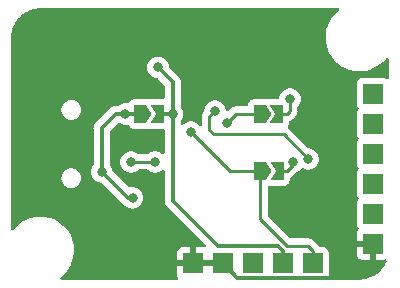
<source format=gbr>
%TF.GenerationSoftware,KiCad,Pcbnew,(5.99.0-8805-ge26c912b86)*%
%TF.CreationDate,2021-02-03T20:46:21+01:00*%
%TF.ProjectId,USB-CP2102-only,5553422d-4350-4323-9130-322d6f6e6c79,rev?*%
%TF.SameCoordinates,Original*%
%TF.FileFunction,Copper,L2,Bot*%
%TF.FilePolarity,Positive*%
%FSLAX46Y46*%
G04 Gerber Fmt 4.6, Leading zero omitted, Abs format (unit mm)*
G04 Created by KiCad (PCBNEW (5.99.0-8805-ge26c912b86)) date 2021-02-03 20:46:21*
%MOMM*%
%LPD*%
G01*
G04 APERTURE LIST*
G04 Aperture macros list*
%AMFreePoly0*
4,1,6,1.000000,0.000000,0.500000,-0.750000,-0.500000,-0.750000,-0.500000,0.750000,0.500000,0.750000,1.000000,0.000000,1.000000,0.000000,$1*%
%AMFreePoly1*
4,1,6,0.500000,-0.750000,-0.650000,-0.750000,-0.150000,0.000000,-0.650000,0.750000,0.500000,0.750000,0.500000,-0.750000,0.500000,-0.750000,$1*%
G04 Aperture macros list end*
%TA.AperFunction,ComponentPad*%
%ADD10R,1.700000X1.700000*%
%TD*%
%TA.AperFunction,SMDPad,CuDef*%
%ADD11FreePoly0,0.000000*%
%TD*%
%TA.AperFunction,SMDPad,CuDef*%
%ADD12FreePoly1,0.000000*%
%TD*%
%TA.AperFunction,ViaPad*%
%ADD13C,0.800000*%
%TD*%
%TA.AperFunction,Conductor*%
%ADD14C,0.350000*%
%TD*%
%TA.AperFunction,Conductor*%
%ADD15C,0.250000*%
%TD*%
G04 APERTURE END LIST*
D10*
%TO.P,J1,1,Pin_1*%
%TO.N,+5V*%
X173520400Y-130109200D03*
%TD*%
%TO.P,J2,1,Pin_1*%
%TO.N,VBUS*%
X170980400Y-130109200D03*
%TD*%
%TO.P,J4,1,Pin_1*%
%TO.N,GND*%
X165900400Y-130109200D03*
%TD*%
%TO.P,J5,1,Pin_1*%
%TO.N,GND*%
X168440400Y-130109200D03*
%TD*%
%TO.P,J8,1,Pin_1*%
%TO.N,DTR*%
X176060400Y-130109200D03*
%TD*%
%TO.P,J3,1,Pin_1*%
%TO.N,+3V3*%
X181140400Y-115744000D03*
%TD*%
%TO.P,J11,1,Pin_1*%
%TO.N,RST*%
X181140400Y-125904000D03*
%TD*%
%TO.P,J9,1,Pin_1*%
%TO.N,GPIO1*%
X181140400Y-123364000D03*
%TD*%
%TO.P,J6,1,Pin_1*%
%TO.N,GND*%
X181140400Y-128444000D03*
%TD*%
%TO.P,J10,1,Pin_1*%
%TO.N,GPIO3*%
X181140400Y-118284000D03*
%TD*%
%TO.P,J12,1,Pin_1*%
%TO.N,GPIO0*%
X181140400Y-120824000D03*
%TD*%
D11*
%TO.P,JP3,1,A*%
%TO.N,DTR*%
X171627000Y-122286000D03*
D12*
%TO.P,JP3,2,B*%
%TO.N,Net-(JP3-Pad2)*%
X173077000Y-122286000D03*
%TD*%
D11*
%TO.P,JP1,1,A*%
%TO.N,Net-(JP1-Pad1)*%
X171590000Y-117460000D03*
D12*
%TO.P,JP1,2,B*%
%TO.N,Net-(JP1-Pad2)*%
X173040000Y-117460000D03*
%TD*%
D11*
%TO.P,JP2,1,A*%
%TO.N,VBUS*%
X161467000Y-117460000D03*
D12*
%TO.P,JP2,2,B*%
%TO.N,+5V*%
X162917000Y-117460000D03*
%TD*%
D13*
%TO.N,GND*%
X163000000Y-111000000D03*
X177000000Y-113000000D03*
%TO.N,+5V*%
X162954000Y-113523000D03*
X164192000Y-117460000D03*
%TO.N,VBUS*%
X160192000Y-117460000D03*
X160795000Y-124559000D03*
X158178010Y-122339921D03*
%TO.N,Net-(J7-PadA6)*%
X162704653Y-121519347D03*
X160663347Y-121528653D03*
%TO.N,DTR*%
X165748000Y-118984000D03*
%TO.N,GPIO1*%
X175654000Y-121270000D03*
X167780000Y-117206000D03*
%TO.N,Net-(JP1-Pad1)*%
X168796000Y-118222000D03*
%TO.N,Net-(JP1-Pad2)*%
X174130000Y-116190000D03*
%TO.N,Net-(JP3-Pad2)*%
X174418035Y-121501711D03*
%TD*%
D14*
%TO.N,GND*%
X181140400Y-129815600D02*
X181140400Y-128444000D01*
X168440400Y-130109200D02*
X169665411Y-131334211D01*
X169665411Y-131334211D02*
X179621789Y-131334211D01*
X179621789Y-131334211D02*
X181140400Y-129815600D01*
%TO.N,+5V*%
X173520400Y-129042400D02*
X173520400Y-130109200D01*
X173114000Y-128636000D02*
X173520400Y-129042400D01*
X164192000Y-114761000D02*
X162954000Y-113523000D01*
X162917000Y-117460000D02*
X164192000Y-117460000D01*
X164192000Y-117460000D02*
X164192000Y-124794000D01*
X168034000Y-128636000D02*
X173114000Y-128636000D01*
X164192000Y-117460000D02*
X164192000Y-114761000D01*
X164192000Y-124794000D02*
X168034000Y-128636000D01*
%TO.N,VBUS*%
X160192000Y-117460000D02*
X161467000Y-117460000D01*
X160397089Y-124559000D02*
X160795000Y-124559000D01*
X158178010Y-118679990D02*
X159398000Y-117460000D01*
X158178010Y-122339921D02*
X158178010Y-118679990D01*
X159398000Y-117460000D02*
X160192000Y-117460000D01*
X158178010Y-122339921D02*
X160397089Y-124559000D01*
D15*
%TO.N,Net-(J7-PadA6)*%
X160663347Y-121528653D02*
X162695347Y-121528653D01*
X162695347Y-121528653D02*
X162704653Y-121519347D01*
%TO.N,DTR*%
X171627000Y-126387000D02*
X173876000Y-128636000D01*
X171627000Y-122286000D02*
X169050000Y-122286000D01*
X173876000Y-128636000D02*
X175654000Y-128636000D01*
X175654000Y-128636000D02*
X176060400Y-129042400D01*
X171627000Y-122286000D02*
X171627000Y-126387000D01*
X176060400Y-129042400D02*
X176060400Y-130109200D01*
X169050000Y-122286000D02*
X165748000Y-118984000D01*
%TO.N,GPIO1*%
X167308999Y-117677001D02*
X167780000Y-117206000D01*
X167685999Y-119201001D02*
X167308999Y-118824001D01*
X175654000Y-121270000D02*
X173585001Y-119201001D01*
X173585001Y-119201001D02*
X167685999Y-119201001D01*
X167308999Y-118824001D02*
X167308999Y-117677001D01*
%TO.N,Net-(JP1-Pad1)*%
X171590000Y-117460000D02*
X169558000Y-117460000D01*
X168796000Y-118222000D02*
X169558000Y-117460000D01*
%TO.N,Net-(JP1-Pad2)*%
X174130000Y-117206000D02*
X173876000Y-117460000D01*
X173876000Y-117460000D02*
X173040000Y-117460000D01*
X174130000Y-116190000D02*
X174130000Y-117206000D01*
%TO.N,Net-(JP3-Pad2)*%
X173876000Y-122286000D02*
X173077000Y-122286000D01*
X174418035Y-121743965D02*
X173876000Y-122286000D01*
X174418035Y-121501711D02*
X174418035Y-121743965D01*
%TD*%
%TA.AperFunction,Conductor*%
%TO.N,GND*%
G36*
X178254391Y-108528002D02*
G01*
X178300884Y-108581658D01*
X178310988Y-108651932D01*
X178281494Y-108716512D01*
X178268351Y-108729596D01*
X178019207Y-108943517D01*
X178019203Y-108943521D01*
X178016403Y-108945925D01*
X177790299Y-109191381D01*
X177594377Y-109461540D01*
X177592582Y-109464746D01*
X177592579Y-109464750D01*
X177503629Y-109623582D01*
X177431313Y-109752712D01*
X177429905Y-109756102D01*
X177429901Y-109756111D01*
X177308855Y-110047623D01*
X177303333Y-110060921D01*
X177302331Y-110064450D01*
X177302329Y-110064456D01*
X177213401Y-110377682D01*
X177212187Y-110381957D01*
X177211604Y-110385576D01*
X177211603Y-110385581D01*
X177206551Y-110416947D01*
X177159118Y-110711434D01*
X177144852Y-111044852D01*
X177169584Y-111377658D01*
X177232976Y-111705306D01*
X177234089Y-111708804D01*
X177234091Y-111708812D01*
X177333045Y-112019814D01*
X177334161Y-112023320D01*
X177471759Y-112327356D01*
X177643888Y-112613263D01*
X177646134Y-112616164D01*
X177646139Y-112616171D01*
X177845943Y-112874221D01*
X177845950Y-112874228D01*
X177848200Y-112877135D01*
X178081902Y-113115368D01*
X178341803Y-113324707D01*
X178344918Y-113326665D01*
X178344921Y-113326667D01*
X178562863Y-113463647D01*
X178624352Y-113502294D01*
X178925692Y-113645703D01*
X179241705Y-113752974D01*
X179568075Y-113822644D01*
X179681554Y-113833271D01*
X179896678Y-113853418D01*
X179896683Y-113853418D01*
X179900344Y-113853761D01*
X180105754Y-113848920D01*
X180230290Y-113845985D01*
X180230293Y-113845985D01*
X180233975Y-113845898D01*
X180564411Y-113799164D01*
X180567967Y-113798228D01*
X180567971Y-113798227D01*
X180883574Y-113715136D01*
X180883573Y-113715136D01*
X180887137Y-113714198D01*
X181010884Y-113665577D01*
X181194318Y-113593506D01*
X181194325Y-113593503D01*
X181197745Y-113592159D01*
X181491995Y-113434714D01*
X181765865Y-113244014D01*
X181768615Y-113241577D01*
X181768621Y-113241572D01*
X182012864Y-113025103D01*
X182015616Y-113022664D01*
X182237837Y-112773687D01*
X182262850Y-112738031D01*
X182318346Y-112693751D01*
X182388972Y-112686504D01*
X182452304Y-112718590D01*
X182488235Y-112779823D01*
X182492000Y-112810392D01*
X182492000Y-114380195D01*
X182471998Y-114448316D01*
X182418342Y-114494809D01*
X182348068Y-114504913D01*
X182283488Y-114475420D01*
X182274830Y-114467918D01*
X182268019Y-114462016D01*
X182200614Y-114431233D01*
X182143264Y-114405042D01*
X182143263Y-114405042D01*
X182135070Y-114401300D01*
X182126155Y-114400018D01*
X182126154Y-114400018D01*
X181994848Y-114381139D01*
X181994841Y-114381138D01*
X181990400Y-114380500D01*
X180290400Y-114380500D01*
X180217321Y-114385727D01*
X180164284Y-114401300D01*
X180085730Y-114424365D01*
X180085728Y-114424366D01*
X180077084Y-114426904D01*
X180053562Y-114442021D01*
X179961709Y-114501051D01*
X179961706Y-114501053D01*
X179954129Y-114505923D01*
X179948228Y-114512733D01*
X179864318Y-114609569D01*
X179864316Y-114609572D01*
X179858416Y-114616381D01*
X179797700Y-114749330D01*
X179796418Y-114758245D01*
X179796418Y-114758246D01*
X179777539Y-114889552D01*
X179777538Y-114889559D01*
X179776900Y-114894000D01*
X179776900Y-116594000D01*
X179782127Y-116667079D01*
X179794580Y-116709489D01*
X179814256Y-116776500D01*
X179823304Y-116807316D01*
X179828175Y-116814895D01*
X179897451Y-116922691D01*
X179897453Y-116922694D01*
X179902323Y-116930271D01*
X179907998Y-116935188D01*
X179937176Y-116999077D01*
X179927074Y-117069351D01*
X179907683Y-117099524D01*
X179864318Y-117149569D01*
X179864316Y-117149572D01*
X179858416Y-117156381D01*
X179854672Y-117164579D01*
X179810895Y-117260438D01*
X179797700Y-117289330D01*
X179796418Y-117298245D01*
X179796418Y-117298246D01*
X179777539Y-117429552D01*
X179777538Y-117429559D01*
X179776900Y-117434000D01*
X179776900Y-119134000D01*
X179782127Y-119207079D01*
X179823304Y-119347316D01*
X179847826Y-119385472D01*
X179897451Y-119462691D01*
X179897453Y-119462694D01*
X179902323Y-119470271D01*
X179907998Y-119475188D01*
X179937176Y-119539077D01*
X179927074Y-119609351D01*
X179907683Y-119639524D01*
X179864318Y-119689569D01*
X179864316Y-119689572D01*
X179858416Y-119696381D01*
X179854672Y-119704579D01*
X179812962Y-119795912D01*
X179797700Y-119829330D01*
X179796418Y-119838245D01*
X179796418Y-119838246D01*
X179777539Y-119969552D01*
X179777538Y-119969559D01*
X179776900Y-119974000D01*
X179776900Y-121674000D01*
X179782127Y-121747079D01*
X179823304Y-121887316D01*
X179828175Y-121894895D01*
X179897451Y-122002691D01*
X179897453Y-122002694D01*
X179902323Y-122010271D01*
X179907998Y-122015188D01*
X179937176Y-122079077D01*
X179927074Y-122149351D01*
X179907683Y-122179524D01*
X179864318Y-122229569D01*
X179864316Y-122229572D01*
X179858416Y-122236381D01*
X179854672Y-122244579D01*
X179808133Y-122346486D01*
X179797700Y-122369330D01*
X179796418Y-122378245D01*
X179796418Y-122378246D01*
X179777539Y-122509552D01*
X179777538Y-122509559D01*
X179776900Y-122514000D01*
X179776900Y-124214000D01*
X179782127Y-124287079D01*
X179823304Y-124427316D01*
X179828175Y-124434895D01*
X179897451Y-124542691D01*
X179897453Y-124542694D01*
X179902323Y-124550271D01*
X179907998Y-124555188D01*
X179937176Y-124619077D01*
X179927074Y-124689351D01*
X179907683Y-124719524D01*
X179864318Y-124769569D01*
X179864316Y-124769572D01*
X179858416Y-124776381D01*
X179854672Y-124784579D01*
X179804759Y-124893874D01*
X179797700Y-124909330D01*
X179796418Y-124918245D01*
X179796418Y-124918246D01*
X179777539Y-125049552D01*
X179777538Y-125049559D01*
X179776900Y-125054000D01*
X179776900Y-126754000D01*
X179782127Y-126827079D01*
X179784031Y-126833562D01*
X179816319Y-126943526D01*
X179823304Y-126967316D01*
X179902323Y-127090271D01*
X179908253Y-127095410D01*
X179937503Y-127159457D01*
X179927400Y-127229731D01*
X179908011Y-127259901D01*
X179864738Y-127309840D01*
X179855093Y-127324848D01*
X179801923Y-127441275D01*
X179796898Y-127458388D01*
X179778039Y-127589554D01*
X179777400Y-127598495D01*
X179777400Y-128171885D01*
X179781875Y-128187124D01*
X179783265Y-128188329D01*
X179790948Y-128190000D01*
X181268400Y-128190000D01*
X181336521Y-128210002D01*
X181383014Y-128263658D01*
X181394400Y-128316000D01*
X181394400Y-129788885D01*
X181398875Y-129804124D01*
X181400265Y-129805329D01*
X181407948Y-129807000D01*
X181988143Y-129807000D01*
X181992650Y-129806839D01*
X182056669Y-129802260D01*
X182069891Y-129799874D01*
X182148499Y-129776793D01*
X182219495Y-129776793D01*
X182279221Y-129815177D01*
X182308714Y-129879757D01*
X182300404Y-129945911D01*
X182289682Y-129971794D01*
X182286797Y-129978241D01*
X182190609Y-130177979D01*
X182187370Y-130184250D01*
X182166478Y-130222050D01*
X182162917Y-130228089D01*
X182075209Y-130367675D01*
X182044945Y-130415839D01*
X182041018Y-130421715D01*
X182016044Y-130456912D01*
X182011795Y-130462558D01*
X181873568Y-130635890D01*
X181869009Y-130641290D01*
X181840232Y-130673492D01*
X181835375Y-130678628D01*
X181678628Y-130835375D01*
X181673494Y-130840230D01*
X181641278Y-130869020D01*
X181635905Y-130873557D01*
X181462564Y-131011791D01*
X181456918Y-131016040D01*
X181421718Y-131041016D01*
X181415841Y-131044943D01*
X181228121Y-131162896D01*
X181222034Y-131166487D01*
X181184251Y-131187369D01*
X181177971Y-131190613D01*
X180978238Y-131286798D01*
X180971787Y-131289685D01*
X180931894Y-131306209D01*
X180925291Y-131308729D01*
X180716044Y-131381948D01*
X180709313Y-131384094D01*
X180689299Y-131389860D01*
X180667814Y-131396050D01*
X180660992Y-131397810D01*
X180499307Y-131434714D01*
X180444853Y-131447143D01*
X180437922Y-131448521D01*
X180395349Y-131455755D01*
X180388367Y-131456741D01*
X180263886Y-131470766D01*
X180168052Y-131481563D01*
X180161011Y-131482157D01*
X180101523Y-131485498D01*
X180096123Y-131485685D01*
X180035007Y-131486493D01*
X179958314Y-131487506D01*
X179953903Y-131488197D01*
X179953895Y-131488198D01*
X179939330Y-131490481D01*
X179919822Y-131492000D01*
X177397170Y-131492000D01*
X177329049Y-131471998D01*
X177282556Y-131418342D01*
X177272452Y-131348068D01*
X177301946Y-131283488D01*
X177336479Y-131243635D01*
X177336482Y-131243630D01*
X177342384Y-131236819D01*
X177403100Y-131103870D01*
X177409794Y-131057314D01*
X177423261Y-130963648D01*
X177423262Y-130963641D01*
X177423900Y-130959200D01*
X177423900Y-129259200D01*
X177418673Y-129186121D01*
X177377496Y-129045884D01*
X177319111Y-128955036D01*
X177303349Y-128930509D01*
X177303347Y-128930506D01*
X177298477Y-128922929D01*
X177246987Y-128878312D01*
X177194831Y-128833118D01*
X177194828Y-128833116D01*
X177188019Y-128827216D01*
X177055070Y-128766500D01*
X177046155Y-128765218D01*
X177046154Y-128765218D01*
X176914848Y-128746339D01*
X176914841Y-128746338D01*
X176910400Y-128745700D01*
X176692753Y-128745700D01*
X176624632Y-128725698D01*
X176610998Y-128711548D01*
X179777400Y-128711548D01*
X179777400Y-129291743D01*
X179777561Y-129296250D01*
X179782140Y-129360269D01*
X179784526Y-129373491D01*
X179821219Y-129498458D01*
X179828633Y-129514692D01*
X179897826Y-129622360D01*
X179909512Y-129635847D01*
X180006240Y-129719662D01*
X180021248Y-129729307D01*
X180137675Y-129782477D01*
X180154788Y-129787502D01*
X180285954Y-129806361D01*
X180294895Y-129807000D01*
X180868285Y-129807000D01*
X180883524Y-129802525D01*
X180884729Y-129801135D01*
X180886400Y-129793452D01*
X180886400Y-128716115D01*
X180881925Y-128700876D01*
X180880535Y-128699671D01*
X180872852Y-128698000D01*
X179795515Y-128698000D01*
X179780276Y-128702475D01*
X179779071Y-128703865D01*
X179777400Y-128711548D01*
X176610998Y-128711548D01*
X176584300Y-128683840D01*
X176584023Y-128683372D01*
X176564913Y-128651059D01*
X176564545Y-128650641D01*
X176550462Y-128636558D01*
X176537628Y-128621533D01*
X176525846Y-128605317D01*
X176492064Y-128577370D01*
X176483285Y-128569381D01*
X176157391Y-128243487D01*
X176150031Y-128235399D01*
X176145973Y-128229005D01*
X176097121Y-128183130D01*
X176094280Y-128180376D01*
X176073966Y-128160062D01*
X176070555Y-128157417D01*
X176061533Y-128149711D01*
X176035077Y-128124867D01*
X176029301Y-128119443D01*
X176022357Y-128115626D01*
X176022355Y-128115624D01*
X176011547Y-128109682D01*
X175995023Y-128098828D01*
X175985286Y-128091275D01*
X175985285Y-128091275D01*
X175979023Y-128086417D01*
X175938447Y-128068858D01*
X175927790Y-128063637D01*
X175889048Y-128042338D01*
X175881365Y-128040366D01*
X175881364Y-128040365D01*
X175869432Y-128037301D01*
X175850728Y-128030897D01*
X175839415Y-128026001D01*
X175839408Y-128025999D01*
X175832136Y-128022852D01*
X175824312Y-128021613D01*
X175824309Y-128021612D01*
X175788465Y-128015935D01*
X175776844Y-128013528D01*
X175739782Y-128004013D01*
X175739781Y-128004013D01*
X175734025Y-128002535D01*
X175733469Y-128002500D01*
X175713548Y-128002500D01*
X175693838Y-128000949D01*
X175681886Y-127999056D01*
X175681885Y-127999056D01*
X175674056Y-127997816D01*
X175666164Y-127998562D01*
X175630418Y-128001941D01*
X175618560Y-128002500D01*
X174190594Y-128002500D01*
X174122473Y-127982498D01*
X174101499Y-127965595D01*
X172297405Y-126161501D01*
X172263379Y-126099189D01*
X172260500Y-126072406D01*
X172260500Y-123670973D01*
X172280502Y-123602852D01*
X172334158Y-123556359D01*
X172404432Y-123546256D01*
X172422541Y-123548860D01*
X172422556Y-123548861D01*
X172427000Y-123549500D01*
X173577000Y-123549500D01*
X173650079Y-123544273D01*
X173728165Y-123521345D01*
X173781670Y-123505635D01*
X173781672Y-123505634D01*
X173790316Y-123503096D01*
X173859640Y-123458544D01*
X173905691Y-123428949D01*
X173905694Y-123428947D01*
X173913271Y-123424077D01*
X173928470Y-123406537D01*
X174003082Y-123320431D01*
X174003084Y-123320428D01*
X174008984Y-123313619D01*
X174042346Y-123240566D01*
X174065958Y-123188864D01*
X174065958Y-123188863D01*
X174069700Y-123180670D01*
X174073438Y-123154672D01*
X174089861Y-123040448D01*
X174089862Y-123040441D01*
X174090500Y-123036000D01*
X174090500Y-122968012D01*
X174110502Y-122899891D01*
X174170118Y-122850860D01*
X174183600Y-122845522D01*
X174219368Y-122819535D01*
X174229291Y-122813016D01*
X174245624Y-122803357D01*
X174267341Y-122790514D01*
X174267759Y-122790145D01*
X174281842Y-122776062D01*
X174296867Y-122763228D01*
X174313083Y-122751446D01*
X174341030Y-122717664D01*
X174349019Y-122708885D01*
X174660869Y-122397035D01*
X174701147Y-122372355D01*
X174700322Y-122370501D01*
X174868755Y-122295510D01*
X174868757Y-122295509D01*
X174874785Y-122292825D01*
X174880127Y-122288944D01*
X175023942Y-122184457D01*
X175023944Y-122184455D01*
X175029286Y-122180574D01*
X175092880Y-122109946D01*
X175153324Y-122072708D01*
X175224308Y-122074060D01*
X175237755Y-122079148D01*
X175371713Y-122138790D01*
X175455304Y-122156558D01*
X175552056Y-122177124D01*
X175552061Y-122177124D01*
X175558513Y-122178496D01*
X175749487Y-122178496D01*
X175755939Y-122177124D01*
X175755944Y-122177124D01*
X175852696Y-122156558D01*
X175936287Y-122138790D01*
X175992941Y-122113566D01*
X176104720Y-122063799D01*
X176104722Y-122063798D01*
X176110750Y-122061114D01*
X176120649Y-122053922D01*
X176259907Y-121952746D01*
X176259909Y-121952744D01*
X176265251Y-121948863D01*
X176393037Y-121806942D01*
X176488524Y-121641554D01*
X176513043Y-121566093D01*
X176545498Y-121466206D01*
X176545498Y-121466205D01*
X176547538Y-121459927D01*
X176567500Y-121270000D01*
X176547538Y-121080073D01*
X176535166Y-121041994D01*
X176490566Y-120904731D01*
X176488524Y-120898446D01*
X176393037Y-120733058D01*
X176321171Y-120653242D01*
X176269673Y-120596048D01*
X176269672Y-120596047D01*
X176265251Y-120591137D01*
X176259909Y-120587256D01*
X176259907Y-120587254D01*
X176116092Y-120482767D01*
X176116091Y-120482766D01*
X176110750Y-120478886D01*
X176104722Y-120476202D01*
X176104720Y-120476201D01*
X175942318Y-120403895D01*
X175942317Y-120403895D01*
X175936287Y-120401210D01*
X175842887Y-120381357D01*
X175755944Y-120362876D01*
X175755939Y-120362876D01*
X175749487Y-120361504D01*
X175693598Y-120361504D01*
X175625477Y-120341502D01*
X175604503Y-120324599D01*
X174088392Y-118808488D01*
X174081032Y-118800400D01*
X174076974Y-118794006D01*
X174028122Y-118748131D01*
X174025281Y-118745377D01*
X174004967Y-118725063D01*
X174001556Y-118722418D01*
X173992534Y-118714712D01*
X173960958Y-118685060D01*
X173924992Y-118623847D01*
X173927831Y-118552907D01*
X173951986Y-118510698D01*
X173966082Y-118494430D01*
X173971984Y-118487619D01*
X174001350Y-118423316D01*
X174028958Y-118362864D01*
X174028958Y-118362863D01*
X174032700Y-118354670D01*
X174036224Y-118330162D01*
X174052861Y-118214448D01*
X174052862Y-118214441D01*
X174053500Y-118210000D01*
X174053500Y-118160592D01*
X174073502Y-118092471D01*
X174127550Y-118046575D01*
X174129578Y-118045986D01*
X174136403Y-118041950D01*
X174136407Y-118041948D01*
X174147011Y-118035677D01*
X174164762Y-118026981D01*
X174176226Y-118022442D01*
X174176229Y-118022440D01*
X174183600Y-118019522D01*
X174219368Y-117993535D01*
X174229291Y-117987016D01*
X174267341Y-117964514D01*
X174267759Y-117964145D01*
X174281842Y-117950062D01*
X174296867Y-117937228D01*
X174313083Y-117925446D01*
X174341030Y-117891664D01*
X174349019Y-117882885D01*
X174522513Y-117709391D01*
X174530601Y-117702031D01*
X174536995Y-117697973D01*
X174582876Y-117649115D01*
X174585624Y-117646280D01*
X174605938Y-117625966D01*
X174608583Y-117622555D01*
X174616289Y-117613533D01*
X174641133Y-117587077D01*
X174646557Y-117581301D01*
X174650376Y-117574355D01*
X174656318Y-117563547D01*
X174667172Y-117547023D01*
X174674725Y-117537286D01*
X174674725Y-117537285D01*
X174679583Y-117531023D01*
X174697142Y-117490447D01*
X174702363Y-117479790D01*
X174723662Y-117441048D01*
X174726614Y-117429552D01*
X174728699Y-117421432D01*
X174735103Y-117402728D01*
X174739999Y-117391415D01*
X174740001Y-117391408D01*
X174743148Y-117384136D01*
X174748242Y-117351978D01*
X174750065Y-117340465D01*
X174752472Y-117328844D01*
X174761987Y-117291782D01*
X174761987Y-117291781D01*
X174763465Y-117286025D01*
X174763500Y-117285469D01*
X174763500Y-117265548D01*
X174765051Y-117245838D01*
X174766944Y-117233886D01*
X174766944Y-117233885D01*
X174768184Y-117226056D01*
X174764059Y-117182417D01*
X174763500Y-117170560D01*
X174763500Y-116892519D01*
X174783502Y-116824398D01*
X174795864Y-116808209D01*
X174864618Y-116731850D01*
X174864619Y-116731849D01*
X174869037Y-116726942D01*
X174964524Y-116561554D01*
X175023538Y-116379927D01*
X175030147Y-116317051D01*
X175042810Y-116196565D01*
X175043500Y-116190000D01*
X175023538Y-116000073D01*
X174964524Y-115818446D01*
X174869037Y-115653058D01*
X174741251Y-115511137D01*
X174735909Y-115507256D01*
X174735907Y-115507254D01*
X174592092Y-115402767D01*
X174592091Y-115402766D01*
X174586750Y-115398886D01*
X174580722Y-115396202D01*
X174580720Y-115396201D01*
X174418318Y-115323895D01*
X174418317Y-115323895D01*
X174412287Y-115321210D01*
X174318887Y-115301357D01*
X174231944Y-115282876D01*
X174231939Y-115282876D01*
X174225487Y-115281504D01*
X174034513Y-115281504D01*
X174028061Y-115282876D01*
X174028056Y-115282876D01*
X173941113Y-115301357D01*
X173847713Y-115321210D01*
X173841683Y-115323895D01*
X173841682Y-115323895D01*
X173679280Y-115396201D01*
X173679278Y-115396202D01*
X173673250Y-115398886D01*
X173667909Y-115402766D01*
X173667908Y-115402767D01*
X173524093Y-115507254D01*
X173524091Y-115507256D01*
X173518749Y-115511137D01*
X173390963Y-115653058D01*
X173295476Y-115818446D01*
X173236462Y-116000073D01*
X173235772Y-116006637D01*
X173235772Y-116006638D01*
X173227676Y-116083670D01*
X173200663Y-116149327D01*
X173142442Y-116189957D01*
X173102366Y-116196500D01*
X172390000Y-116196500D01*
X172387487Y-116196701D01*
X172387486Y-116196701D01*
X172315391Y-116202466D01*
X172315389Y-116202466D01*
X172308391Y-116203026D01*
X172281042Y-116211558D01*
X172225587Y-116215994D01*
X172094448Y-116197139D01*
X172094441Y-116197138D01*
X172090000Y-116196500D01*
X171090000Y-116196500D01*
X171016921Y-116201727D01*
X170968332Y-116215994D01*
X170885330Y-116240365D01*
X170885328Y-116240366D01*
X170876684Y-116242904D01*
X170869105Y-116247775D01*
X170761309Y-116317051D01*
X170761306Y-116317053D01*
X170753729Y-116321923D01*
X170747828Y-116328733D01*
X170663918Y-116425569D01*
X170663916Y-116425572D01*
X170658016Y-116432381D01*
X170654272Y-116440579D01*
X170602988Y-116552876D01*
X170597300Y-116565330D01*
X170576500Y-116710000D01*
X170576500Y-116710449D01*
X170552047Y-116776009D01*
X170495211Y-116818556D01*
X170451179Y-116826500D01*
X169636396Y-116826500D01*
X169625482Y-116825986D01*
X169618089Y-116824333D01*
X169610164Y-116824582D01*
X169610163Y-116824582D01*
X169551116Y-116826438D01*
X169547158Y-116826500D01*
X169518422Y-116826500D01*
X169514151Y-116827039D01*
X169502322Y-116827971D01*
X169458117Y-116829361D01*
X169450501Y-116831574D01*
X169450499Y-116831574D01*
X169438661Y-116835013D01*
X169419302Y-116839022D01*
X169407079Y-116840566D01*
X169407078Y-116840566D01*
X169399212Y-116841560D01*
X169391836Y-116844480D01*
X169391837Y-116844480D01*
X169358111Y-116857832D01*
X169346882Y-116861677D01*
X169312035Y-116871801D01*
X169312034Y-116871802D01*
X169304422Y-116874013D01*
X169297599Y-116878048D01*
X169286983Y-116884326D01*
X169269231Y-116893022D01*
X169250400Y-116900478D01*
X169239056Y-116908720D01*
X169214629Y-116926467D01*
X169204711Y-116932982D01*
X169166659Y-116955486D01*
X169166241Y-116955855D01*
X169152158Y-116969938D01*
X169137133Y-116982772D01*
X169120917Y-116994554D01*
X169097685Y-117022637D01*
X169092971Y-117028335D01*
X169084981Y-117037115D01*
X168901463Y-117220633D01*
X168839151Y-117254659D01*
X168768336Y-117249594D01*
X168711500Y-117207047D01*
X168687058Y-117144708D01*
X168674228Y-117022638D01*
X168674228Y-117022637D01*
X168673538Y-117016073D01*
X168648576Y-116939246D01*
X168626602Y-116871619D01*
X168614524Y-116834446D01*
X168610191Y-116826940D01*
X168567176Y-116752437D01*
X168519037Y-116669058D01*
X168455136Y-116598088D01*
X168395673Y-116532048D01*
X168395672Y-116532047D01*
X168391251Y-116527137D01*
X168385909Y-116523256D01*
X168385907Y-116523254D01*
X168242092Y-116418767D01*
X168242091Y-116418766D01*
X168236750Y-116414886D01*
X168230722Y-116412202D01*
X168230720Y-116412201D01*
X168068318Y-116339895D01*
X168068317Y-116339895D01*
X168062287Y-116337210D01*
X167967447Y-116317051D01*
X167881944Y-116298876D01*
X167881939Y-116298876D01*
X167875487Y-116297504D01*
X167684513Y-116297504D01*
X167678061Y-116298876D01*
X167678056Y-116298876D01*
X167592553Y-116317051D01*
X167497713Y-116337210D01*
X167491683Y-116339895D01*
X167491682Y-116339895D01*
X167329280Y-116412201D01*
X167329278Y-116412202D01*
X167323250Y-116414886D01*
X167317909Y-116418766D01*
X167317908Y-116418767D01*
X167174093Y-116523254D01*
X167174091Y-116523256D01*
X167168749Y-116527137D01*
X167164328Y-116532047D01*
X167164327Y-116532048D01*
X167104865Y-116598088D01*
X167040963Y-116669058D01*
X166992824Y-116752437D01*
X166949810Y-116826940D01*
X166945476Y-116834446D01*
X166933398Y-116871619D01*
X166911425Y-116939246D01*
X166886462Y-117016073D01*
X166885772Y-117022636D01*
X166885772Y-117022637D01*
X166869094Y-117181317D01*
X166838299Y-117251470D01*
X166835864Y-117254232D01*
X166833061Y-117257035D01*
X166830416Y-117260446D01*
X166822710Y-117269468D01*
X166798013Y-117295768D01*
X166792442Y-117301700D01*
X166788625Y-117308644D01*
X166788623Y-117308646D01*
X166782681Y-117319454D01*
X166771827Y-117335978D01*
X166759416Y-117351978D01*
X166756269Y-117359249D01*
X166756269Y-117359250D01*
X166741858Y-117392552D01*
X166736637Y-117403208D01*
X166715337Y-117441953D01*
X166713365Y-117449636D01*
X166713364Y-117449637D01*
X166710300Y-117461569D01*
X166703896Y-117480273D01*
X166699000Y-117491586D01*
X166698998Y-117491593D01*
X166695851Y-117498865D01*
X166694612Y-117506689D01*
X166694611Y-117506692D01*
X166688934Y-117542536D01*
X166686527Y-117554157D01*
X166677012Y-117591219D01*
X166675534Y-117596976D01*
X166675499Y-117597532D01*
X166675499Y-117617453D01*
X166673948Y-117637163D01*
X166670815Y-117656945D01*
X166671561Y-117664837D01*
X166674940Y-117700583D01*
X166675499Y-117712441D01*
X166675499Y-118328126D01*
X166655497Y-118396247D01*
X166601841Y-118442740D01*
X166531567Y-118452844D01*
X166466987Y-118423350D01*
X166455863Y-118412436D01*
X166455427Y-118411951D01*
X166359251Y-118305137D01*
X166353909Y-118301256D01*
X166353907Y-118301254D01*
X166210092Y-118196767D01*
X166210091Y-118196766D01*
X166204750Y-118192886D01*
X166198722Y-118190202D01*
X166198720Y-118190201D01*
X166036318Y-118117895D01*
X166036317Y-118117895D01*
X166030287Y-118115210D01*
X165923310Y-118092471D01*
X165849944Y-118076876D01*
X165849939Y-118076876D01*
X165843487Y-118075504D01*
X165652513Y-118075504D01*
X165646061Y-118076876D01*
X165646056Y-118076876D01*
X165572690Y-118092471D01*
X165465713Y-118115210D01*
X165459683Y-118117895D01*
X165459682Y-118117895D01*
X165297280Y-118190201D01*
X165297278Y-118190202D01*
X165291250Y-118192886D01*
X165285909Y-118196766D01*
X165285908Y-118196767D01*
X165142093Y-118301254D01*
X165142091Y-118301256D01*
X165136749Y-118305137D01*
X165132328Y-118310047D01*
X165132327Y-118310048D01*
X165095136Y-118351353D01*
X165034690Y-118388593D01*
X164963707Y-118387241D01*
X164904722Y-118347728D01*
X164876464Y-118282597D01*
X164875500Y-118267043D01*
X164875500Y-118106989D01*
X164895502Y-118038868D01*
X164907864Y-118022678D01*
X164908077Y-118022442D01*
X164931037Y-117996942D01*
X164965517Y-117937221D01*
X165023220Y-117837277D01*
X165023221Y-117837276D01*
X165026524Y-117831554D01*
X165076240Y-117678544D01*
X165083498Y-117656206D01*
X165083498Y-117656205D01*
X165085538Y-117649927D01*
X165105500Y-117460000D01*
X165098411Y-117392552D01*
X165086228Y-117276637D01*
X165086228Y-117276636D01*
X165085538Y-117270073D01*
X165082408Y-117260438D01*
X165028566Y-117094731D01*
X165026524Y-117088446D01*
X165015500Y-117069351D01*
X164934340Y-116928779D01*
X164931037Y-116923058D01*
X164907864Y-116897322D01*
X164877147Y-116833314D01*
X164875500Y-116813011D01*
X164875500Y-114788747D01*
X164875792Y-114780177D01*
X164877895Y-114749330D01*
X164879556Y-114724966D01*
X164868980Y-114664365D01*
X164868017Y-114657841D01*
X164861539Y-114604316D01*
X164860626Y-114596770D01*
X164857940Y-114589661D01*
X164856730Y-114584736D01*
X164853880Y-114574321D01*
X164852420Y-114569484D01*
X164851114Y-114562001D01*
X164848063Y-114555051D01*
X164848061Y-114555044D01*
X164826385Y-114505664D01*
X164823893Y-114499559D01*
X164804836Y-114449126D01*
X164804835Y-114449124D01*
X164802151Y-114442021D01*
X164797848Y-114435761D01*
X164795481Y-114431233D01*
X164790246Y-114421828D01*
X164787673Y-114417477D01*
X164784621Y-114410524D01*
X164779999Y-114404501D01*
X164779997Y-114404497D01*
X164747156Y-114361697D01*
X164743280Y-114356363D01*
X164708451Y-114305687D01*
X164663931Y-114266021D01*
X164658656Y-114261041D01*
X163892813Y-113495198D01*
X163858787Y-113432886D01*
X163856598Y-113419273D01*
X163848228Y-113339638D01*
X163848228Y-113339637D01*
X163847538Y-113333073D01*
X163788524Y-113151446D01*
X163693037Y-112986058D01*
X163594963Y-112877135D01*
X163569673Y-112849048D01*
X163569672Y-112849047D01*
X163565251Y-112844137D01*
X163559909Y-112840256D01*
X163559907Y-112840254D01*
X163416092Y-112735767D01*
X163416091Y-112735766D01*
X163410750Y-112731886D01*
X163404722Y-112729202D01*
X163404720Y-112729201D01*
X163242318Y-112656895D01*
X163242317Y-112656895D01*
X163236287Y-112654210D01*
X163142887Y-112634357D01*
X163055944Y-112615876D01*
X163055939Y-112615876D01*
X163049487Y-112614504D01*
X162858513Y-112614504D01*
X162852061Y-112615876D01*
X162852056Y-112615876D01*
X162765113Y-112634357D01*
X162671713Y-112654210D01*
X162665683Y-112656895D01*
X162665682Y-112656895D01*
X162503280Y-112729201D01*
X162503278Y-112729202D01*
X162497250Y-112731886D01*
X162491909Y-112735766D01*
X162491908Y-112735767D01*
X162348093Y-112840254D01*
X162348091Y-112840256D01*
X162342749Y-112844137D01*
X162338328Y-112849047D01*
X162338327Y-112849048D01*
X162313038Y-112877135D01*
X162214963Y-112986058D01*
X162119476Y-113151446D01*
X162060462Y-113333073D01*
X162040500Y-113523000D01*
X162041190Y-113529565D01*
X162053397Y-113645703D01*
X162060462Y-113712927D01*
X162119476Y-113894554D01*
X162214963Y-114059942D01*
X162342749Y-114201863D01*
X162348091Y-114205744D01*
X162348093Y-114205746D01*
X162478691Y-114300630D01*
X162497250Y-114314114D01*
X162503278Y-114316798D01*
X162503280Y-114316799D01*
X162665682Y-114389105D01*
X162671713Y-114391790D01*
X162858513Y-114431496D01*
X162858445Y-114431815D01*
X162920772Y-114457454D01*
X162931045Y-114466660D01*
X163471595Y-115007210D01*
X163505621Y-115069522D01*
X163508500Y-115096305D01*
X163508500Y-116070500D01*
X163488498Y-116138621D01*
X163434842Y-116185114D01*
X163382500Y-116196500D01*
X162267000Y-116196500D01*
X162264487Y-116196701D01*
X162264486Y-116196701D01*
X162192391Y-116202466D01*
X162192389Y-116202466D01*
X162185391Y-116203026D01*
X162158042Y-116211558D01*
X162102587Y-116215994D01*
X161971448Y-116197139D01*
X161971441Y-116197138D01*
X161967000Y-116196500D01*
X160967000Y-116196500D01*
X160893921Y-116201727D01*
X160845332Y-116215994D01*
X160762330Y-116240365D01*
X160762328Y-116240366D01*
X160753684Y-116242904D01*
X160746105Y-116247775D01*
X160638309Y-116317051D01*
X160638306Y-116317053D01*
X160630729Y-116321923D01*
X160624828Y-116328733D01*
X160540918Y-116425569D01*
X160540916Y-116425572D01*
X160535016Y-116432381D01*
X160531272Y-116440578D01*
X160531270Y-116440582D01*
X160505500Y-116497010D01*
X160459007Y-116550665D01*
X160390886Y-116570667D01*
X160364690Y-116567914D01*
X160293944Y-116552876D01*
X160293939Y-116552876D01*
X160287487Y-116551504D01*
X160096513Y-116551504D01*
X160090061Y-116552876D01*
X160090056Y-116552876D01*
X160006359Y-116570667D01*
X159909713Y-116591210D01*
X159903683Y-116593895D01*
X159903682Y-116593895D01*
X159741280Y-116666201D01*
X159741278Y-116666202D01*
X159735250Y-116668886D01*
X159655342Y-116726942D01*
X159620251Y-116752437D01*
X159546191Y-116776500D01*
X159425747Y-116776500D01*
X159417177Y-116776208D01*
X159414258Y-116776009D01*
X159361966Y-116772444D01*
X159354489Y-116773749D01*
X159354486Y-116773749D01*
X159301365Y-116783020D01*
X159294841Y-116783983D01*
X159270015Y-116786988D01*
X159233770Y-116791374D01*
X159226661Y-116794060D01*
X159221736Y-116795270D01*
X159211321Y-116798120D01*
X159206484Y-116799580D01*
X159199001Y-116800886D01*
X159192051Y-116803937D01*
X159192044Y-116803939D01*
X159142664Y-116825615D01*
X159136559Y-116828107D01*
X159086126Y-116847164D01*
X159086124Y-116847165D01*
X159079021Y-116849849D01*
X159072761Y-116854152D01*
X159068233Y-116856519D01*
X159058828Y-116861754D01*
X159054477Y-116864327D01*
X159047524Y-116867379D01*
X159041501Y-116872001D01*
X159041497Y-116872003D01*
X158998697Y-116904844D01*
X158993372Y-116908713D01*
X158942687Y-116943549D01*
X158937630Y-116949225D01*
X158903022Y-116988068D01*
X158898041Y-116993344D01*
X157714331Y-118177054D01*
X157708065Y-118182908D01*
X157666355Y-118219294D01*
X157642104Y-118253799D01*
X157630983Y-118269623D01*
X157627050Y-118274918D01*
X157589092Y-118323328D01*
X157585968Y-118330247D01*
X157583378Y-118334523D01*
X157577967Y-118344010D01*
X157575599Y-118348427D01*
X157571233Y-118354639D01*
X157558522Y-118387241D01*
X157548888Y-118411951D01*
X157546332Y-118418032D01*
X157521016Y-118474100D01*
X157519632Y-118481568D01*
X157518114Y-118486412D01*
X157515155Y-118496798D01*
X157513898Y-118501694D01*
X157511140Y-118508767D01*
X157510149Y-118516297D01*
X157510148Y-118516300D01*
X157503110Y-118569765D01*
X157502078Y-118576282D01*
X157495375Y-118612446D01*
X157490869Y-118636759D01*
X157491306Y-118644339D01*
X157491306Y-118644340D01*
X157494301Y-118696279D01*
X157494510Y-118703532D01*
X157494510Y-121692932D01*
X157474508Y-121761053D01*
X157462147Y-121777242D01*
X157438973Y-121802979D01*
X157435670Y-121808700D01*
X157354747Y-121948863D01*
X157343486Y-121968367D01*
X157329871Y-122010271D01*
X157287667Y-122140162D01*
X157284472Y-122149994D01*
X157283782Y-122156557D01*
X157283782Y-122156558D01*
X157281557Y-122177729D01*
X157264510Y-122339921D01*
X157284472Y-122529848D01*
X157286512Y-122536126D01*
X157286512Y-122536127D01*
X157289317Y-122544759D01*
X157343486Y-122711475D01*
X157346789Y-122717197D01*
X157346790Y-122717198D01*
X157376250Y-122768224D01*
X157438973Y-122876863D01*
X157443391Y-122881770D01*
X157443392Y-122881771D01*
X157466103Y-122906994D01*
X157566759Y-123018784D01*
X157572101Y-123022665D01*
X157572103Y-123022667D01*
X157691040Y-123109079D01*
X157721260Y-123131035D01*
X157727288Y-123133719D01*
X157727290Y-123133720D01*
X157851146Y-123188864D01*
X157895723Y-123208711D01*
X158082523Y-123248417D01*
X158082455Y-123248736D01*
X158144782Y-123274375D01*
X158155055Y-123283581D01*
X159894153Y-125022679D01*
X159900007Y-125028945D01*
X159936393Y-125070655D01*
X159942607Y-125075022D01*
X159986722Y-125106027D01*
X159992017Y-125109960D01*
X160040427Y-125147918D01*
X160047346Y-125151042D01*
X160051622Y-125153632D01*
X160061109Y-125159043D01*
X160065526Y-125161411D01*
X160071738Y-125165777D01*
X160114970Y-125182633D01*
X160116466Y-125183216D01*
X160164333Y-125216299D01*
X160183749Y-125237863D01*
X160189091Y-125241744D01*
X160189093Y-125241746D01*
X160260959Y-125293959D01*
X160338250Y-125350114D01*
X160344278Y-125352798D01*
X160344280Y-125352799D01*
X160506682Y-125425105D01*
X160512713Y-125427790D01*
X160606113Y-125447643D01*
X160693056Y-125466124D01*
X160693061Y-125466124D01*
X160699513Y-125467496D01*
X160890487Y-125467496D01*
X160896939Y-125466124D01*
X160896944Y-125466124D01*
X160983887Y-125447643D01*
X161077287Y-125427790D01*
X161083318Y-125425105D01*
X161245720Y-125352799D01*
X161245722Y-125352798D01*
X161251750Y-125350114D01*
X161329041Y-125293959D01*
X161400907Y-125241746D01*
X161400909Y-125241744D01*
X161406251Y-125237863D01*
X161425667Y-125216299D01*
X161529618Y-125100850D01*
X161529619Y-125100849D01*
X161534037Y-125095942D01*
X161613545Y-124958230D01*
X161626220Y-124936277D01*
X161626221Y-124936276D01*
X161629524Y-124930554D01*
X161680126Y-124774817D01*
X161686498Y-124755206D01*
X161686498Y-124755205D01*
X161688538Y-124748927D01*
X161708500Y-124559000D01*
X161688538Y-124369073D01*
X161629524Y-124187446D01*
X161534037Y-124022058D01*
X161406251Y-123880137D01*
X161400909Y-123876256D01*
X161400907Y-123876254D01*
X161257092Y-123771767D01*
X161257091Y-123771766D01*
X161251750Y-123767886D01*
X161245722Y-123765202D01*
X161245720Y-123765201D01*
X161083318Y-123692895D01*
X161083317Y-123692895D01*
X161077287Y-123690210D01*
X160970183Y-123667444D01*
X160896944Y-123651876D01*
X160896939Y-123651876D01*
X160890487Y-123650504D01*
X160699513Y-123650504D01*
X160693061Y-123651876D01*
X160693056Y-123651876D01*
X160564950Y-123679106D01*
X160494159Y-123673704D01*
X160449658Y-123644954D01*
X159116823Y-122312119D01*
X159082797Y-122249807D01*
X159080608Y-122236194D01*
X159074400Y-122177124D01*
X159071548Y-122149994D01*
X159068354Y-122140162D01*
X159026149Y-122010271D01*
X159012534Y-121968367D01*
X159001274Y-121948863D01*
X158920350Y-121808700D01*
X158917047Y-121802979D01*
X158893874Y-121777243D01*
X158863157Y-121713235D01*
X158861510Y-121692932D01*
X158861510Y-119015295D01*
X158881512Y-118947174D01*
X158898415Y-118926200D01*
X159565471Y-118259144D01*
X159627783Y-118225118D01*
X159698598Y-118230183D01*
X159728618Y-118246296D01*
X159729906Y-118247232D01*
X159729910Y-118247234D01*
X159735250Y-118251114D01*
X159741278Y-118253798D01*
X159741280Y-118253799D01*
X159884025Y-118317353D01*
X159909713Y-118328790D01*
X159998808Y-118347728D01*
X160090056Y-118367124D01*
X160090061Y-118367124D01*
X160096513Y-118368496D01*
X160287487Y-118368496D01*
X160293939Y-118367124D01*
X160293944Y-118367124D01*
X160360738Y-118352926D01*
X160431529Y-118358328D01*
X160488161Y-118401145D01*
X160498576Y-118418794D01*
X160499904Y-118423316D01*
X160504774Y-118430893D01*
X160504774Y-118430894D01*
X160574051Y-118538691D01*
X160574053Y-118538694D01*
X160578923Y-118546271D01*
X160585733Y-118552172D01*
X160682569Y-118636082D01*
X160682572Y-118636084D01*
X160689381Y-118641984D01*
X160697579Y-118645728D01*
X160710039Y-118651418D01*
X160822330Y-118702700D01*
X160831245Y-118703982D01*
X160831246Y-118703982D01*
X160962552Y-118722861D01*
X160962559Y-118722862D01*
X160967000Y-118723500D01*
X161967000Y-118723500D01*
X161968962Y-118723376D01*
X161968970Y-118723376D01*
X161987252Y-118722223D01*
X162031528Y-118719430D01*
X162077214Y-118706845D01*
X162128605Y-118703602D01*
X162226708Y-118717707D01*
X162262555Y-118722861D01*
X162262556Y-118722861D01*
X162267000Y-118723500D01*
X163382500Y-118723500D01*
X163450621Y-118743502D01*
X163497114Y-118797158D01*
X163508500Y-118849500D01*
X163508500Y-120733124D01*
X163488498Y-120801245D01*
X163434842Y-120847738D01*
X163364568Y-120857842D01*
X163308439Y-120835060D01*
X163166745Y-120732114D01*
X163166744Y-120732113D01*
X163161403Y-120728233D01*
X163155375Y-120725549D01*
X163155373Y-120725548D01*
X162992971Y-120653242D01*
X162992970Y-120653242D01*
X162986940Y-120650557D01*
X162893540Y-120630704D01*
X162806597Y-120612223D01*
X162806592Y-120612223D01*
X162800140Y-120610851D01*
X162609166Y-120610851D01*
X162602714Y-120612223D01*
X162602709Y-120612223D01*
X162515766Y-120630704D01*
X162422366Y-120650557D01*
X162416336Y-120653242D01*
X162416335Y-120653242D01*
X162253933Y-120725548D01*
X162253931Y-120725549D01*
X162247903Y-120728233D01*
X162242562Y-120732113D01*
X162242561Y-120732114D01*
X162098746Y-120836601D01*
X162098744Y-120836603D01*
X162093402Y-120840484D01*
X162086871Y-120847738D01*
X162081717Y-120853462D01*
X162021272Y-120890703D01*
X161988080Y-120895153D01*
X161371541Y-120895153D01*
X161303420Y-120875151D01*
X161284196Y-120858811D01*
X161283922Y-120859115D01*
X161279019Y-120854700D01*
X161274598Y-120849790D01*
X161269256Y-120845909D01*
X161269254Y-120845907D01*
X161125439Y-120741420D01*
X161125438Y-120741419D01*
X161120097Y-120737539D01*
X161114069Y-120734855D01*
X161114067Y-120734854D01*
X160951665Y-120662548D01*
X160951664Y-120662548D01*
X160945634Y-120659863D01*
X160840233Y-120637459D01*
X160765291Y-120621529D01*
X160765286Y-120621529D01*
X160758834Y-120620157D01*
X160567860Y-120620157D01*
X160561408Y-120621529D01*
X160561403Y-120621529D01*
X160486461Y-120637459D01*
X160381060Y-120659863D01*
X160375030Y-120662548D01*
X160375029Y-120662548D01*
X160212627Y-120734854D01*
X160212625Y-120734855D01*
X160206597Y-120737539D01*
X160201256Y-120741419D01*
X160201255Y-120741420D01*
X160057440Y-120845907D01*
X160057438Y-120845909D01*
X160052096Y-120849790D01*
X160047675Y-120854700D01*
X160047674Y-120854701D01*
X159948569Y-120964769D01*
X159924310Y-120991711D01*
X159901271Y-121031616D01*
X159836934Y-121143051D01*
X159828823Y-121157099D01*
X159769809Y-121338726D01*
X159749847Y-121528653D01*
X159769809Y-121718580D01*
X159828823Y-121900207D01*
X159924310Y-122065595D01*
X159928728Y-122070502D01*
X159928729Y-122070503D01*
X160040390Y-122194515D01*
X160052096Y-122207516D01*
X160057438Y-122211397D01*
X160057440Y-122211399D01*
X160189505Y-122307349D01*
X160206597Y-122319767D01*
X160212625Y-122322451D01*
X160212627Y-122322452D01*
X160360158Y-122388137D01*
X160381060Y-122397443D01*
X160474460Y-122417296D01*
X160561403Y-122435777D01*
X160561408Y-122435777D01*
X160567860Y-122437149D01*
X160758834Y-122437149D01*
X160765286Y-122435777D01*
X160765291Y-122435777D01*
X160852234Y-122417296D01*
X160945634Y-122397443D01*
X160966536Y-122388137D01*
X161114067Y-122322452D01*
X161114069Y-122322451D01*
X161120097Y-122319767D01*
X161137189Y-122307349D01*
X161269254Y-122211399D01*
X161269256Y-122211397D01*
X161274598Y-122207516D01*
X161279020Y-122202605D01*
X161283922Y-122198191D01*
X161285048Y-122199442D01*
X161338347Y-122166604D01*
X161371541Y-122162153D01*
X162006021Y-122162153D01*
X162074142Y-122182155D01*
X162089514Y-122193892D01*
X162093402Y-122198210D01*
X162098744Y-122202091D01*
X162098746Y-122202093D01*
X162234446Y-122300684D01*
X162247903Y-122310461D01*
X162253931Y-122313145D01*
X162253933Y-122313146D01*
X162400150Y-122378246D01*
X162422366Y-122388137D01*
X162515766Y-122407990D01*
X162602709Y-122426471D01*
X162602714Y-122426471D01*
X162609166Y-122427843D01*
X162800140Y-122427843D01*
X162806592Y-122426471D01*
X162806597Y-122426471D01*
X162893540Y-122407990D01*
X162986940Y-122388137D01*
X163009156Y-122378246D01*
X163155373Y-122313146D01*
X163155375Y-122313145D01*
X163161403Y-122310461D01*
X163174860Y-122300684D01*
X163308439Y-122203634D01*
X163375307Y-122179775D01*
X163444459Y-122195856D01*
X163493939Y-122246770D01*
X163508500Y-122305570D01*
X163508500Y-124766248D01*
X163508208Y-124774817D01*
X163507543Y-124784579D01*
X163504444Y-124830033D01*
X163505749Y-124837510D01*
X163505749Y-124837512D01*
X163515021Y-124890636D01*
X163515983Y-124897158D01*
X163523374Y-124958230D01*
X163526058Y-124965334D01*
X163527260Y-124970227D01*
X163530124Y-124980694D01*
X163531581Y-124985519D01*
X163532886Y-124992998D01*
X163535938Y-124999951D01*
X163535939Y-124999954D01*
X163557612Y-125049330D01*
X163560103Y-125055433D01*
X163579162Y-125105869D01*
X163581849Y-125112979D01*
X163586155Y-125119244D01*
X163588504Y-125123737D01*
X163593754Y-125133170D01*
X163596324Y-125137516D01*
X163599379Y-125144475D01*
X163604006Y-125150505D01*
X163636831Y-125193285D01*
X163640707Y-125198620D01*
X163671242Y-125243048D01*
X163671247Y-125243054D01*
X163675549Y-125249313D01*
X163681223Y-125254368D01*
X163720068Y-125288978D01*
X163725344Y-125293959D01*
X166981630Y-128550245D01*
X167015656Y-128612557D01*
X167010591Y-128683372D01*
X166968044Y-128740208D01*
X166901524Y-128765019D01*
X166874603Y-128764057D01*
X166754859Y-128746840D01*
X166745905Y-128746200D01*
X166172515Y-128746200D01*
X166157276Y-128750675D01*
X166156071Y-128752065D01*
X166154400Y-128759748D01*
X166154400Y-129837085D01*
X166158875Y-129852324D01*
X166160265Y-129853529D01*
X166167948Y-129855200D01*
X168568400Y-129855200D01*
X168636521Y-129875202D01*
X168683014Y-129928858D01*
X168694400Y-129981200D01*
X168694400Y-130237200D01*
X168674398Y-130305321D01*
X168620742Y-130351814D01*
X168568400Y-130363200D01*
X164555515Y-130363200D01*
X164540276Y-130367675D01*
X164539071Y-130369065D01*
X164537400Y-130376748D01*
X164537400Y-130956943D01*
X164537561Y-130961450D01*
X164542140Y-131025469D01*
X164544526Y-131038691D01*
X164581219Y-131163658D01*
X164588633Y-131179892D01*
X164662700Y-131295144D01*
X164660318Y-131296675D01*
X164683790Y-131348062D01*
X164673689Y-131418336D01*
X164627199Y-131471994D01*
X164559073Y-131492000D01*
X154811176Y-131492000D01*
X154743055Y-131471998D01*
X154696562Y-131418342D01*
X154686458Y-131348068D01*
X154715952Y-131283488D01*
X154739176Y-131262598D01*
X154762842Y-131246119D01*
X154765865Y-131244014D01*
X154768615Y-131241577D01*
X154768621Y-131241572D01*
X155012864Y-131025103D01*
X155015616Y-131022664D01*
X155237837Y-130773687D01*
X155429491Y-130500484D01*
X155453002Y-130456912D01*
X155586213Y-130210027D01*
X155587962Y-130206786D01*
X155596908Y-130184250D01*
X155709723Y-129900034D01*
X155709723Y-129900033D01*
X155711084Y-129896605D01*
X155766528Y-129688961D01*
X155796224Y-129577748D01*
X155796225Y-129577744D01*
X155797177Y-129574178D01*
X155842195Y-129263695D01*
X164537400Y-129263695D01*
X164537400Y-129837085D01*
X164541875Y-129852324D01*
X164543265Y-129853529D01*
X164550948Y-129855200D01*
X165628285Y-129855200D01*
X165643524Y-129850725D01*
X165644729Y-129849335D01*
X165646400Y-129841652D01*
X165646400Y-128764315D01*
X165641925Y-128749076D01*
X165640535Y-128747871D01*
X165632852Y-128746200D01*
X165052657Y-128746200D01*
X165048150Y-128746361D01*
X164984131Y-128750940D01*
X164970909Y-128753326D01*
X164845942Y-128790019D01*
X164829708Y-128797433D01*
X164722040Y-128866626D01*
X164708553Y-128878312D01*
X164624738Y-128975040D01*
X164615093Y-128990048D01*
X164561923Y-129106475D01*
X164556898Y-129123588D01*
X164538039Y-129254754D01*
X164537400Y-129263695D01*
X155842195Y-129263695D01*
X155843173Y-129256950D01*
X155844606Y-129247068D01*
X155844606Y-129247065D01*
X155845064Y-129243908D01*
X155855500Y-129000000D01*
X155835999Y-128666847D01*
X155827967Y-128621525D01*
X155778404Y-128341865D01*
X155778403Y-128341861D01*
X155777762Y-128338244D01*
X155688704Y-128042338D01*
X155682645Y-128022205D01*
X155682644Y-128022204D01*
X155681584Y-128018680D01*
X155548779Y-127712519D01*
X155381161Y-127423944D01*
X155300107Y-127315793D01*
X155209105Y-127194370D01*
X155181020Y-127156896D01*
X154951088Y-126915022D01*
X154948256Y-126912666D01*
X154948251Y-126912662D01*
X154697344Y-126703985D01*
X154694508Y-126701626D01*
X154654757Y-126675762D01*
X154417867Y-126521630D01*
X154417864Y-126521628D01*
X154414782Y-126519623D01*
X154411484Y-126517990D01*
X154411478Y-126517986D01*
X154119039Y-126373135D01*
X154119032Y-126373132D01*
X154115733Y-126371498D01*
X154112261Y-126370258D01*
X154112258Y-126370257D01*
X153804922Y-126260518D01*
X153801444Y-126259276D01*
X153734287Y-126243833D01*
X153479798Y-126185313D01*
X153479789Y-126185312D01*
X153476208Y-126184488D01*
X153472551Y-126184087D01*
X153472548Y-126184087D01*
X153148139Y-126148559D01*
X153148138Y-126148559D01*
X153144468Y-126148157D01*
X153140775Y-126148186D01*
X152814442Y-126150749D01*
X152814441Y-126150749D01*
X152810755Y-126150778D01*
X152807096Y-126151237D01*
X152483283Y-126191857D01*
X152483279Y-126191858D01*
X152479626Y-126192316D01*
X152476055Y-126193196D01*
X152476052Y-126193197D01*
X152159181Y-126271321D01*
X152159172Y-126271324D01*
X152155606Y-126272203D01*
X152152155Y-126273497D01*
X152152154Y-126273497D01*
X151886367Y-126373135D01*
X151843118Y-126389348D01*
X151839842Y-126391035D01*
X151839838Y-126391037D01*
X151762550Y-126430843D01*
X151546432Y-126542151D01*
X151269600Y-126728525D01*
X151016403Y-126945925D01*
X150790299Y-127191381D01*
X150762487Y-127229731D01*
X150736001Y-127266253D01*
X150679816Y-127309656D01*
X150609085Y-127315793D01*
X150546265Y-127282716D01*
X150511299Y-127220927D01*
X150508000Y-127192281D01*
X150508000Y-122977647D01*
X154766093Y-122977647D01*
X154767536Y-122984319D01*
X154767536Y-122984323D01*
X154799837Y-123133720D01*
X154804367Y-123154672D01*
X154879762Y-123319348D01*
X154988760Y-123463993D01*
X154993939Y-123468432D01*
X154993940Y-123468433D01*
X155088335Y-123549339D01*
X155126275Y-123581858D01*
X155132290Y-123585083D01*
X155132294Y-123585086D01*
X155279877Y-123664219D01*
X155285892Y-123667444D01*
X155373028Y-123692101D01*
X155453596Y-123714900D01*
X155453601Y-123714901D01*
X155460164Y-123716758D01*
X155466973Y-123717163D01*
X155466976Y-123717163D01*
X155603982Y-123725302D01*
X155640961Y-123727499D01*
X155720507Y-123714900D01*
X155813112Y-123700233D01*
X155813116Y-123700232D01*
X155819846Y-123699166D01*
X155826192Y-123696679D01*
X155826196Y-123696678D01*
X155982119Y-123635573D01*
X155982123Y-123635571D01*
X155988474Y-123633082D01*
X156138977Y-123532328D01*
X156167010Y-123503096D01*
X156259608Y-123406537D01*
X156259611Y-123406533D01*
X156264335Y-123401607D01*
X156358697Y-123247016D01*
X156384612Y-123171754D01*
X156415440Y-123082225D01*
X156415441Y-123082222D01*
X156417663Y-123075768D01*
X156438480Y-122895854D01*
X156438500Y-122890000D01*
X156418940Y-122709944D01*
X156410414Y-122684609D01*
X156363349Y-122544759D01*
X156363347Y-122544754D01*
X156361171Y-122538289D01*
X156267890Y-122383044D01*
X156143449Y-122251450D01*
X156121001Y-122236194D01*
X156039158Y-122180574D01*
X155993652Y-122149648D01*
X155825489Y-122082388D01*
X155818762Y-122081274D01*
X155818757Y-122081273D01*
X155653544Y-122053922D01*
X155653540Y-122053922D01*
X155646806Y-122052807D01*
X155639989Y-122053164D01*
X155639985Y-122053164D01*
X155491905Y-122060925D01*
X155465940Y-122062286D01*
X155459367Y-122064097D01*
X155459364Y-122064097D01*
X155357301Y-122092210D01*
X155291328Y-122110382D01*
X155131117Y-122194852D01*
X154992782Y-122311754D01*
X154988639Y-122317173D01*
X154988637Y-122317175D01*
X154911401Y-122418195D01*
X154882777Y-122455634D01*
X154879894Y-122461817D01*
X154879892Y-122461820D01*
X154809115Y-122613603D01*
X154806235Y-122619780D01*
X154804749Y-122626428D01*
X154804748Y-122626431D01*
X154784564Y-122716729D01*
X154766726Y-122796533D01*
X154766702Y-122803356D01*
X154766702Y-122803357D01*
X154766571Y-122840861D01*
X154766093Y-122977647D01*
X150508000Y-122977647D01*
X150508000Y-117197647D01*
X154766093Y-117197647D01*
X154767536Y-117204319D01*
X154767536Y-117204323D01*
X154787307Y-117295768D01*
X154804367Y-117374672D01*
X154879762Y-117539348D01*
X154988760Y-117683993D01*
X154993939Y-117688432D01*
X154993940Y-117688433D01*
X155072918Y-117756125D01*
X155126275Y-117801858D01*
X155132290Y-117805083D01*
X155132294Y-117805086D01*
X155279877Y-117884219D01*
X155285892Y-117887444D01*
X155373028Y-117912101D01*
X155453596Y-117934900D01*
X155453601Y-117934901D01*
X155460164Y-117936758D01*
X155466973Y-117937163D01*
X155466976Y-117937163D01*
X155603982Y-117945302D01*
X155640961Y-117947499D01*
X155720507Y-117934900D01*
X155813112Y-117920233D01*
X155813116Y-117920232D01*
X155819846Y-117919166D01*
X155826192Y-117916679D01*
X155826196Y-117916678D01*
X155982119Y-117855573D01*
X155982123Y-117855571D01*
X155988474Y-117853082D01*
X156138977Y-117752328D01*
X156177228Y-117712441D01*
X156259608Y-117626537D01*
X156259611Y-117626533D01*
X156264335Y-117621607D01*
X156334479Y-117506692D01*
X156355144Y-117472837D01*
X156355144Y-117472836D01*
X156358697Y-117467016D01*
X156369719Y-117435006D01*
X156415440Y-117302225D01*
X156415441Y-117302222D01*
X156417663Y-117295768D01*
X156438480Y-117115854D01*
X156438500Y-117110000D01*
X156418940Y-116929944D01*
X156414971Y-116918150D01*
X156363349Y-116764759D01*
X156363347Y-116764754D01*
X156361171Y-116758289D01*
X156267890Y-116603044D01*
X156143449Y-116471450D01*
X155993652Y-116369648D01*
X155825489Y-116302388D01*
X155818762Y-116301274D01*
X155818757Y-116301273D01*
X155653544Y-116273922D01*
X155653540Y-116273922D01*
X155646806Y-116272807D01*
X155639989Y-116273164D01*
X155639985Y-116273164D01*
X155491905Y-116280925D01*
X155465940Y-116282286D01*
X155459367Y-116284097D01*
X155459364Y-116284097D01*
X155339726Y-116317051D01*
X155291328Y-116330382D01*
X155131117Y-116414852D01*
X154992782Y-116531754D01*
X154988639Y-116537173D01*
X154988637Y-116537175D01*
X154894470Y-116660340D01*
X154882777Y-116675634D01*
X154879894Y-116681817D01*
X154879892Y-116681820D01*
X154811093Y-116829361D01*
X154806235Y-116839780D01*
X154804749Y-116846428D01*
X154804748Y-116846431D01*
X154801407Y-116861378D01*
X154766726Y-117016533D01*
X154766093Y-117197647D01*
X150508000Y-117197647D01*
X150508000Y-111081849D01*
X150509767Y-111060821D01*
X150511639Y-111049762D01*
X150511639Y-111049761D01*
X150512451Y-111044964D01*
X150514314Y-110903891D01*
X150514501Y-110898492D01*
X150517843Y-110838982D01*
X150518437Y-110831940D01*
X150520666Y-110812162D01*
X150543257Y-110611651D01*
X150544245Y-110604651D01*
X150551477Y-110562089D01*
X150552856Y-110555158D01*
X150602190Y-110339011D01*
X150603956Y-110332167D01*
X150615909Y-110290678D01*
X150618055Y-110283945D01*
X150691267Y-110074716D01*
X150693787Y-110068113D01*
X150710314Y-110028213D01*
X150713201Y-110021762D01*
X150726422Y-109994308D01*
X150809404Y-109821995D01*
X150812620Y-109815768D01*
X150833522Y-109777950D01*
X150837099Y-109771886D01*
X150847012Y-109756111D01*
X150955060Y-109584154D01*
X150958983Y-109578283D01*
X150983959Y-109543083D01*
X150988194Y-109537454D01*
X151126430Y-109364112D01*
X151130985Y-109358717D01*
X151159769Y-109326507D01*
X151164626Y-109321371D01*
X151321378Y-109164619D01*
X151326515Y-109159762D01*
X151358713Y-109130989D01*
X151364111Y-109126430D01*
X151537443Y-108988202D01*
X151543067Y-108983971D01*
X151578291Y-108958978D01*
X151584168Y-108955051D01*
X151771888Y-108837099D01*
X151777975Y-108833508D01*
X151815743Y-108812634D01*
X151822023Y-108809390D01*
X152021772Y-108713196D01*
X152028204Y-108710318D01*
X152036388Y-108706928D01*
X152068106Y-108693791D01*
X152074705Y-108691272D01*
X152167654Y-108658747D01*
X152283971Y-108618045D01*
X152290671Y-108615910D01*
X152311436Y-108609928D01*
X152332187Y-108603950D01*
X152339029Y-108602185D01*
X152555142Y-108552859D01*
X152562072Y-108551480D01*
X152604658Y-108544244D01*
X152611658Y-108543256D01*
X152831947Y-108518437D01*
X152838989Y-108517843D01*
X152898477Y-108514502D01*
X152903877Y-108514315D01*
X152963954Y-108513521D01*
X153041687Y-108512494D01*
X153046098Y-108511803D01*
X153046106Y-108511802D01*
X153060671Y-108509519D01*
X153080179Y-108508000D01*
X178186270Y-108508000D01*
X178254391Y-108528002D01*
G37*
%TD.AperFunction*%
%TD*%
M02*

</source>
